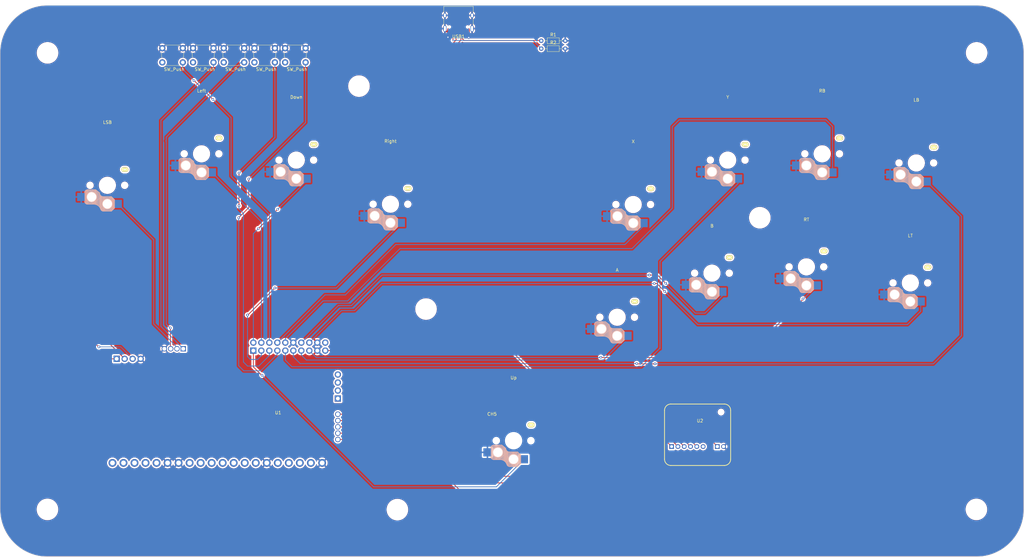
<source format=kicad_pcb>
(kicad_pcb (version 20221018) (generator pcbnew)
  (layers (0 "F.Cu" signal) (31 "B.Cu" signal) (34 "B.Paste" user) (35 "F.Paste" user) (36 "B.SilkS" user "B.Silkscreen") (37 "F.SilkS" user "F.Silkscreen") (38 "B.Mask" user) (39 "F.Mask" user) (44 "Edge.Cuts" user))
  (net 0 "")
  (net 1 "GND")
  (net 2 "LSB")
  (net 3 "home")
  (net 4 "Touchpad")
  (net 5 "RSB")
  (net 6 "share")
  (net 7 "option")
  (net 8 "VCC")
  (net 10 "RT")
  (net 11 "LT")
  (net 12 "a")
  (net 13 "b")
  (net 14 "LB")
  (net 15 "y")
  (net 16 "RB")
  (net 17 "x")
  (net 18 "right")
  (net 19 "left")
  (net 20 "up")
  (net 21 "down")
  (net 26 "J2-5")
  (net 27 "J2-4")
  (net 28 "J2-3")
  (net 29 "J2-2")
  (net 30 "J2-1")
  (net 31 "d+")
  (net 32 "d-")
  (net 33 "v")
  (net 50 "Net-(USB1-CC1)")
  (net 51 "Net-(USB1-CC2)")
  (footprint "Button_Switch_THT:SW_PUSH_6mm_H8.5mm" (layer "F.Cu") (at 371.55 33.16)
    (fp_text reference "SW1")
    (fp_text value "SW_Push")
  )
  (footprint "Library:ChocV1_V2_Hotswap" (layer "F.Cu") (at 611 69.6)
    (fp_text reference "CH9")
    (fp_text value "MX-NOLED" hide)
  )
  (footprint "MountingHole:MountingHole_6.4mm_M6" (layer "F.Cu") (at 561.3 87)
    (fp_text reference "REF**")
    (fp_text value "MountingHole_6.4mm_M6")
  )
  (footprint "MountingHole:MountingHole_6.4mm_M6" (layer "F.Cu") (at 446.2 179.7)
    (fp_text reference "REF**")
    (fp_text value "MountingHole_6.4mm_M6")
  )
  (footprint "MountingHole:MountingHole_6.4mm_M6" (layer "F.Cu") (at 434 45.2)
    (fp_text reference "REF**")
    (fp_text value "MountingHole_6.4mm_M6")
  )
  (footprint "Resistor_THT:R_Axial_DIN0204_L3.6mm_D1.6mm_P7.62mm_Horizontal" (layer "F.Cu") (at 491.89 33.3)
    (fp_text reference "R2")
    (fp_text value "5.1k")
  )
  (footprint "MountingHole:MountingHole_6.4mm_M6" (layer "F.Cu") (at 335.07 179.63)
    (fp_text reference "REF**")
    (fp_text value "MountingHole_6.4mm_M6")
  )
  (footprint "Resistor_THT:R_Axial_DIN0204_L3.6mm_D1.6mm_P7.62mm_Horizontal" (layer "F.Cu") (at 491.89 30.8)
    (fp_text reference "R1")
    (fp_text value "5.1k")
  )
  (footprint "Connector_USB:USB_C_Receptacle_HRO_TYPE-C-31-M-12" (layer "F.Cu") (at 465.6 23.8 180)
    (fp_text reference "USB1")
    (fp_text value "HRO-TYPE-C-31-M-12")
  )
  (footprint "Library:ChocV1_V2_Hotswap" (layer "F.Cu") (at 414.1 68.7)
    (fp_text reference "CH3")
    (fp_text value "MX-NOLED" hide)
  )
  (footprint "Library:UFB-UP5" (layer "F.Cu") (at 542.3 153 180)
    (fp_text reference "U2")
    (fp_text value "brook_ufb-up5")
  )
  (footprint "Library:ChocV1_V2_Hotswap" (layer "F.Cu") (at 516 118.6)
    (fp_text reference "CH10")
    (fp_text value "MX-NOLED" hide)
  )
  (footprint "Library:ChocV1_V2_Hotswap" (layer "F.Cu") (at 354.1 76.7)
    (fp_text reference "CH1")
    (fp_text value "MX-NOLED" hide)
  )
  (footprint "Library:ChocV1_V2_Hotswap" (layer "F.Cu") (at 483.1 157.8)
    (fp_text reference "CH5")
    (fp_text value "MX-NOLED" hide)
  )
  (footprint "Library:Brook_Universal_Fighting_Board" (layer "F.Cu") (at 408.324 149.406 180)
    (fp_text reference "U1")
    (fp_text value "brook_ufb")
  )
  (footprint "MountingHole:MountingHole_6.4mm_M6" (layer "F.Cu") (at 630.08 179.63)
    (fp_text reference "REF**")
    (fp_text value "MountingHole_6.4mm_M6")
  )
  (footprint "MountingHole:MountingHole_6.4mm_M6" (layer "F.Cu") (at 335.1 34.64)
    (fp_text reference "REF**")
    (fp_text value "MountingHole_6.4mm_M6")
  )
  (footprint "Library:ChocV1_V2_Hotswap" (layer "F.Cu") (at 576.1 102.6)
    (fp_text reference "CH12")
    (fp_text value "MX-NOLED" hide)
  )
  (footprint "Library:ChocV1_V2_Hotswap" (layer "F.Cu") (at 551.1 68.7)
    (fp_text reference "CH7")
    (fp_text value "MX-NOLED" hide)
  )
  (footprint "Button_Switch_THT:SW_PUSH_6mm_H8.5mm" (layer "F.Cu") (at 391.05 33.16)
    (fp_text reference "SW3")
    (fp_text value "SW_Push")
  )
  (footprint "Library:ChocV1_V2_Hotswap" (layer "F.Cu") (at 384 66.7)
    (fp_text reference "CH2")
    (fp_text value "MX-NOLED" hide)
  )
  (footprint "Library:ChocV1_V2_Hotswap" (layer "F.Cu") (at 444 82.7)
    (fp_text reference "CH4")
    (fp_text value "MX-NOLED" hide)
  )
  (footprint "MountingHole:MountingHole_6.4mm_M6" (layer "F.Cu") (at 630.15 34.64)
    (fp_text reference "REF**")
    (fp_text value "MountingHole_6.4mm_M6")
  )
  (footprint "Button_Switch_THT:SW_PUSH_6mm_H8.5mm" (layer "F.Cu") (at 400.8 33.16)
    (fp_text reference "SW4")
    (fp_text value "SW_Push")
  )
  (footprint "Button_Switch_THT:SW_PUSH_6mm_H8.5mm" (layer "F.Cu") (at 381.3 33.16)
    (fp_text reference "SW2")
    (fp_text value "SW_Push")
  )
  (footprint "Library:ChocV1_V2_Hotswap" (layer "F.Cu") (at 609.1 107.7)
    (fp_text reference "CH13")
    (fp_text value "MX-NOLED" hide)
  )
  (footprint "Library:ChocV1_V2_Hotswap" (layer "F.Cu") (at 521.1 82.8)
    (fp_text reference "CH6")
    (fp_text value "MX-NOLED" hide)
  )
  (footprint "MountingHole:MountingHole_6.4mm_M6" (layer "F.Cu") (at 455.3 116)
    (fp_text reference "REF**")
    (fp_text value "MountingHole_6.4mm_M6")
  )
  (footprint "Library:ChocV1_V2_Hotswap" (layer "F.Cu") (at 581.1 66.7)
    (fp_text reference "CH8")
    (fp_text value "MX-NOLED" hide)
  )
  (footprint "Button_Switch_THT:SW_PUSH_6mm_H8.5mm" (layer "F.Cu") (at 410.55 33.16)
    (fp_text reference "SW5")
    (fp_text value "SW_Push")
  )
  (footprint "Library:ChocV1_V2_Hotswap" (layer "F.Cu") (at 546.1 104.6)
    (fp_text reference "CH11")
    (fp_text value "MX-NOLED" hide)
  )
  (gr_arc (start 630.093398 19.593398) (mid 640.7 23.986796) (end 645.093398 34.593398) (stroke (width 0.1)) (layer "Edge.Cuts"))
  (gr_line (start 335.093398 19.593398) (end 630.093398 19.593398) (stroke (width 0.1)) (layer "Edge.Cuts"))
  (gr_arc (start 645.093398 179.593398) (mid 640.7 190.2) (end 630.093398 194.593398) (stroke (width 0.1)) (layer "Edge.Cuts"))
  (gr_arc (start 320.093398 34.593398) (mid 324.486796 23.986796) (end 335.093398 19.593398) (stroke (width 0.1)) (layer "Edge.Cuts"))
  (gr_line (start 320.093398 34.593398) (end 320.093398 179.593398) (stroke (width 0.1)) (layer "Edge.Cuts"))
  (gr_arc (start 335.093398 194.593398) (mid 324.486796 190.2) (end 320.093398 179.593398) (stroke (width 0.1)) (layer "Edge.Cuts"))
  (gr_line (start 645.093398 34.593398) (end 645.093398 179.593398) (stroke (width 0.1)) (layer "Edge.Cuts"))
  (gr_line (start 335.093398 194.593398) (end 630.093398 194.593398) (stroke (width 0.1)) (layer "Edge.Cuts"))
  (segment (start 543.235802 159.664198) (end 543.1 159.8) (width 0) (layer "F.Cu") (net 0))
  (segment (start 543.290346 159.664198) (end 543.235802 159.664198) (width 0) (layer "F.Cu") (net 0))
  (segment (start 462.33 27.81) (end 462.33 29.595) (width 0.25) (layer "F.Cu") (net 1))
  (segment (start 462.33 29.595) (end 462.25 29.675) (width 0.25) (layer "F.Cu") (net 1))
  (segment (start 468.83 29.755) (end 468.85 29.775) (width 0.25) (layer "F.Cu") (net 1))
  (segment (start 468.83 27.81) (end 468.83 29.755) (width 0.25) (layer "F.Cu") (net 1))
  (via (at 468.85 29.775) (size 0.8) (drill 0.4) (layers "F.Cu" "B.Cu") (net 1))
  (via (at 462.25 29.675) (size 0.8) (drill 0.4) (layers "F.Cu" "B.Cu") (net 1))
  (segment (start 462.25 29.675) (end 468.75 29.675) (width 0.25) (layer "B.Cu") (net 1))
  (segment (start 462.25 29.675) (end 461.26 28.685) (width 0.25) (layer "B.Cu") (net 1))
  (segment (start 469.9 28.725) (end 468.85 29.775) (width 0.25) (layer "B.Cu") (net 1))
  (segment (start 461.26 28.685) (end 461.26 26.895) (width 0.25) (layer "B.Cu") (net 1))
  (segment (start 468.75 29.675) (end 468.85 29.775) (width 0) (layer "B.Cu") (net 1))
  (segment (start 469.9 26.895) (end 469.9 28.725) (width 0.25) (layer "B.Cu") (net 1))
  (segment (start 376.2 128.1) (end 368.8 120.7) (width 0.25) (layer "B.Cu") (net 2))
  (segment (start 357.4 82.6) (end 362.1 87.3) (width 0.25) (layer "B.Cu") (net 2))
  (segment (start 376.2 128.6) (end 376.2 128.1) (width 0.25) (layer "B.Cu") (net 2))
  (segment (start 368.8 94) (end 368.8 120.7) (width 0.25) (layer "B.Cu") (net 2))
  (segment (start 357.4 82.6) (end 368.8 94) (width 0.25) (layer "B.Cu") (net 2))
  (segment (start 381.6 43.5) (end 381.7 43.5) (width 0.25) (layer "F.Cu") (net 3))
  (segment (start 381.7 43.5) (end 387.6 49.4) (width 0.25) (layer "F.Cu") (net 3))
  (segment (start 381.6 43.4) (end 381.6 43.5) (width 0.25) (layer "F.Cu") (net 3))
  (via (at 381.6 43.5) (size 0.8) (drill 0.4) (layers "F.Cu" "B.Cu") (net 3))
  (via (at 387.6 49.4) (size 0.8) (drill 0.4) (layers "F.Cu" "B.Cu") (net 3))
  (segment (start 405.534 85.934) (end 405.534 126.656) (width 0.25) (layer "B.Cu") (net 3))
  (segment (start 393.4 73.8) (end 405.534 85.934) (width 0.25) (layer "B.Cu") (net 3))
  (segment (start 393.4 55.2) (end 393.4 73.8) (width 0.25) (layer "B.Cu") (net 3))
  (segment (start 378.05 37.66) (end 378.05 39.85) (width 0.25) (layer "B.Cu") (net 3))
  (segment (start 387.6 49.4) (end 393.4 55.2) (width 0.25) (layer "B.Cu") (net 3))
  (segment (start 378.05 39.85) (end 381.6 43.4) (width 0.25) (layer "B.Cu") (net 3))
  (segment (start 387.8 37.66) (end 387.8 39.4) (width 0.25) (layer "B.Cu") (net 4))
  (segment (start 371.1 121.5) (end 378.2 128.6) (width 0.25) (layer "B.Cu") (net 4))
  (segment (start 387.8 39.4) (end 371.1 56.1) (width 0.25) (layer "B.Cu") (net 4))
  (segment (start 371.1 56.1) (end 371.1 121.5) (width 0.25) (layer "B.Cu") (net 4))
  (segment (start 374.1 128.5) (end 374.2 128.6) (width 0.25) (layer "F.Cu") (net 5))
  (segment (start 374.1 122) (end 374.1 128.5) (width 0.25) (layer "F.Cu") (net 5))
  (via (at 374.1 122) (size 0.8) (drill 0.4) (layers "F.Cu" "B.Cu") (net 5))
  (segment (start 374 122) (end 374.1 122) (width 0.25) (layer "B.Cu") (net 5))
  (segment (start 372.8 120.8) (end 374 122) (width 0.25) (layer "B.Cu") (net 5))
  (segment (start 397.55 37.66) (end 396.54 37.66) (width 0.25) (layer "B.Cu") (net 5))
  (segment (start 372.8 68.9) (end 372.8 120.8) (width 0.25) (layer "B.Cu") (net 5))
  (segment (start 372.8 61.4) (end 372.8 68.9) (width 0.25) (layer "B.Cu") (net 5))
  (segment (start 374.1 122) (end 374.1 122.1) (width 0.25) (layer "B.Cu") (net 5))
  (segment (start 396.54 37.66) (end 380.5 53.7) (width 0.25) (layer "B.Cu") (net 5))
  (segment (start 380.5 53.7) (end 372.8 61.4) (width 0.25) (layer "B.Cu") (net 5))
  (segment (start 374.1 122.1) (end 374.1 122.1) (width 0.25) (layer "B.Cu") (net 5))
  (segment (start 372.61 62.6) (end 372.6 62.6) (width 0.25) (layer "B.Cu") (net 5))
  (segment (start 395.9 72.8) (end 395.9 83.2) (width 0.25) (layer "F.Cu") (net 6))
  (segment (start 395.9 83.2) (end 395.9 83.4) (width 0.25) (layer "F.Cu") (net 6))
  (via (at 395.9 72.8) (size 0.8) (drill 0.4) (layers "F.Cu" "B.Cu") (net 6))
  (via (at 395.9 83.2) (size 0.8) (drill 0.4) (layers "F.Cu" "B.Cu") (net 6))
  (segment (start 405.534 130.766) (end 405.534 129.196) (width 0.25) (layer "B.Cu") (net 6))
  (segment (start 407.3 61.5) (end 399.8 69) (width 0.25) (layer "B.Cu") (net 6))
  (segment (start 397.3 85.6) (end 397.3 132.8) (width 0.25) (layer "B.Cu") (net 6))
  (segment (start 396 72.8) (end 395.9 72.8) (width 0.25) (layer "B.Cu") (net 6))
  (segment (start 398.6 134.1) (end 402.2 134.1) (width 0.25) (layer "B.Cu") (net 6))
  (segment (start 407.3 37.66) (end 407.3 61.5) (width 0.25) (layer "B.Cu") (net 6))
  (segment (start 395.9 72.8) (end 395.9 72.9) (width 0.25) (layer "B.Cu") (net 6))
  (segment (start 395.9 84.2) (end 397.3 85.6) (width 0.25) (layer "B.Cu") (net 6))
  (segment (start 395.9 72.9) (end 396 72.8) (width 0.25) (layer "B.Cu") (net 6))
  (segment (start 397.3 132.8) (end 398.6 134.1) (width 0.25) (layer "B.Cu") (net 6))
  (segment (start 399.8 69) (end 396 72.8) (width 0.25) (layer "B.Cu") (net 6))
  (segment (start 402.2 134.1) (end 405.534 130.766) (width 0.25) (layer "B.Cu") (net 6))
  (segment (start 395.9 83.2) (end 395.9 84.2) (width 0.25) (layer "B.Cu") (net 6))
  (segment (start 399 83.8) (end 395.8 87) (width 0.25) (layer "F.Cu") (net 7))
  (segment (start 399 74.7) (end 399 83.8) (width 0.25) (layer "F.Cu") (net 7))
  (via (at 395.8 87) (size 0.8) (drill 0.4) (layers "F.Cu" "B.Cu") (net 7))
  (via (at 399 74.7) (size 0.8) (drill 0.4) (layers "F.Cu" "B.Cu") (net 7))
  (segment (start 402.8 135.6) (end 408.074 130.326) (width 0.25) (layer "B.Cu") (net 7))
  (segment (start 397.4 135.6) (end 402.8 135.6) (width 0.25) (layer "B.Cu") (net 7))
  (segment (start 395.8 134) (end 397.4 135.6) (width 0.25) (layer "B.Cu") (net 7))
  (segment (start 399.1 74.7) (end 399 74.7) (width 0.25) (layer "B.Cu") (net 7))
  (segment (start 399 74.7) (end 399 74.8) (width 0.25) (layer "B.Cu") (net 7))
  (segment (start 408.074 130.326) (end 408.074 129.196) (width 0.25) (layer "B.Cu") (net 7))
  (segment (start 417.05 37.66) (end 417.05 56.75) (width 0.25) (layer "B.Cu") (net 7))
  (segment (start 399 74.8) (end 399.1 74.7) (width 0.25) (layer "B.Cu") (net 7))
  (segment (start 395.8 87) (end 395.8 134) (width 0.25) (layer "B.Cu") (net 7))
  (segment (start 417.05 56.75) (end 399.1 74.7) (width 0.25) (layer "B.Cu") (net 7))
  (segment (start 495.2 142.1) (end 530.3 142.1) (width 0.25) (layer "F.Cu") (net 8))
  (segment (start 423.304 129.196) (end 482.296 129.196) (width 0.25) (layer "F.Cu") (net 8))
  (segment (start 482.296 129.196) (end 495.2 142.1) (width 0.25) (layer "F.Cu") (net 8))
  (segment (start 547.790972 159.590972) (end 547.790972 159.664198) (width 0.25) (layer "F.Cu") (net 8))
  (segment (start 530.3 142.1) (end 547.790972 159.590972) (width 0.25) (layer "F.Cu") (net 8))
  (segment (start 575 112.9) (end 556.5 131.4) (width 0.25) (layer "F.Cu") (net 10))
  (segment (start 510.8 131.3) (end 510.7 131.4) (width 0.25) (layer "F.Cu") (net 10))
  (segment (start 510.9 131.4) (end 510.8 131.3) (width 0.25) (layer "F.Cu") (net 10))
  (segment (start 556.5 131.4) (end 510.9 131.4) (width 0.25) (layer "F.Cu") (net 10))
  (via (at 575 112.8) (size 0.8) (drill 0.4) (layers "F.Cu" "B.Cu") (net 10))
  (via (at 510.8 131.3) (size 0.8) (drill 0.4) (layers "F.Cu" "B.Cu") (net 10))
  (segment (start 575 112.8) (end 575 112.9) (width 0.25) (layer "B.Cu") (net 10))
  (segment (start 420.428 131.4) (end 418.234 129.206) (width 0.25) (layer "B.Cu") (net 10))
  (segment (start 575.1 112.8) (end 575 112.8) (width 0.25) (layer "B.Cu") (net 10))
  (segment (start 510.7 131.4) (end 420.428 131.4) (width 0.25) (layer "B.Cu") (net 10))
  (segment (start 579.4 108.5) (end 575.1 112.8) (width 0.25) (layer "B.Cu") (net 10))
  (segment (start 528.6 107.9) (end 527.8 107.9) (width 0.25) (layer "F.Cu") (net 11))
  (segment (start 531.1 110.4) (end 528.6 107.9) (width 0.25) (layer "F.Cu") (net 11))
  (via (at 531.1 110.4) (size 0.8) (drill 0.4) (layers "F.Cu" "B.Cu") (net 11))
  (via (at 527.8 107.9) (size 0.8) (drill 0.4) (layers "F.Cu" "B.Cu") (net 11))
  (segment (start 428.39 116.5) (end 418.234 126.656) (width 0.25) (layer "B.Cu") (net 11))
  (segment (start 608.2 120.9) (end 541.6 120.9) (width 0.25) (layer "B.Cu") (net 11))
  (segment (start 541.6 120.9) (end 531.1 110.4) (width 0.25) (layer "B.Cu") (net 11))
  (segment (start 432.6 116.5) (end 428.39 116.5) (width 0.25) (layer "B.Cu") (net 11))
  (segment (start 527.8 107.9) (end 441.2 107.9) (width 0.25) (layer "B.Cu") (net 11))
  (segment (start 612.4 113.6) (end 612.4 116.7) (width 0.25) (layer "B.Cu") (net 11))
  (segment (start 441.2 107.9) (end 432.6 116.5) (width 0.25) (layer "B.Cu") (net 11))
  (segment (start 612.4 116.7) (end 608.2 120.9) (width 0.25) (layer "B.Cu") (net 11))
  (segment (start 511.6 132.2) (end 417.3 132.2) (width 0.25) (layer "B.Cu") (net 12))
  (segment (start 415.694 130.594) (end 415.694 129.19268) (width 0.25) (layer "B.Cu") (net 12))
  (segment (start 519.3 124.5) (end 511.6 132.2) (width 0.25) (layer "B.Cu") (net 12))
  (segment (start 417.3 132.2) (end 415.694 130.594) (width 0.25) (layer "B.Cu") (net 12))
  (segment (start 526.2 105.2) (end 526.3 105.2) (width 0.25) (layer "F.Cu") (net 13))
  (segment (start 528.8 105.2) (end 526.2 105.2) (width 0.25) (layer "F.Cu") (net 13))
  (segment (start 531.4 107.8) (end 528.8 105.2) (width 0.25) (layer "F.Cu") (net 13))
  (via (at 531.4 107.8) (size 0.8) (drill 0.4) (layers "F.Cu" "B.Cu") (net 13))
  (via (at 526.2 105.2) (size 0.8) (drill 0.4) (layers "F.Cu" "B.Cu") (net 13))
  (segment (start 526.2 105.2) (end 441.3 105.2) (width 0.25) (layer "B.Cu") (net 13))
  (segment (start 549.4 111.8) (end 543.9 117.3) (width 0.25) (layer "B.Cu") (net 13))
  (segment (start 427.45 114.9) (end 415.694 126.656) (width 0.25) (layer "B.Cu") (net 13))
  (segment (start 531.4 107.8) (end 531.5 108) (width 0.25) (layer "B.Cu") (net 13))
  (segment (start 543.9 117.3) (end 540.8 117.3) (width 0.25) (layer "B.Cu") (net 13))
  (segment (start 431.6 114.9) (end 427.45 114.9) (width 0.25) (layer "B.Cu") (net 13))
  (segment (start 540.8 117.3) (end 531.4 107.8) (width 0.25) (layer "B.Cu") (net 13))
  (segment (start 549.4 110.5) (end 549.4 111.8) (width 0.25) (layer "B.Cu") (net 13))
  (segment (start 441.3 105.2) (end 431.6 114.9) (width 0.25) (layer "B.Cu") (net 13))
  (segment (start 522.3 133.4) (end 522.2 133.3) (width 0.25) (layer "F.Cu") (net 14))
  (segment (start 528 133.4) (end 522.3 133.4) (width 0.25) (layer "F.Cu") (net 14))
  (via (at 528 133.4) (size 0.8) (drill 0.4) (layers "F.Cu" "B.Cu") (net 14))
  (via (at 522.2 133.3) (size 0.8) (drill 0.4) (layers "F.Cu" "B.Cu") (net 14))
  (segment (start 522.2 133.3) (end 415.3 133.3) (width 0.25) (layer "B.Cu") (net 14))
  (segment (start 528 133.4) (end 527.9 133.4) (width 0.25) (layer "B.Cu") (net 14))
  (segment (start 413.154 131.154) (end 413.154 129.196) (width 0.25) (layer "B.Cu") (net 14))
  (segment (start 625.3 124.5) (end 616.4 133.4) (width 0.25) (layer "B.Cu") (net 14))
  (segment (start 415.3 133.3) (end 413.154 131.154) (width 0.25) (layer "B.Cu") (net 14))
  (segment (start 614.3 75.5) (end 625.3 86.5) (width 0.25) (layer "B.Cu") (net 14))
  (segment (start 625.3 86.5) (end 625.3 124.5) (width 0.25) (layer "B.Cu") (net 14))
  (segment (start 616.4 133.4) (end 528 133.4) (width 0.25) (layer "B.Cu") (net 14))
  (segment (start 554.4 76.1) (end 533.2 97.3) (width 0.25) (layer "B.Cu") (net 15))
  (segment (start 523.7 134.3) (end 529.6 128.4) (width 0.25) (layer "B.Cu") (net 15))
  (segment (start 533.2 97.3) (end 529.6 100.9) (width 0.25) (layer "B.Cu") (net 15))
  (segment (start 410.614 129.196) (end 410.614 132.214) (width 0.25) (layer "B.Cu") (net 15))
  (segment (start 410.614 129.196) (end 410.6 129.21) (width 0.25) (layer "B.Cu") (net 15))
  (segment (start 410.614 132.214) (end 412.7 134.3) (width 0.25) (layer "B.Cu") (net 15))
  (segment (start 412.7 134.3) (end 523.7 134.3) (width 0.25) (layer "B.Cu") (net 15))
  (segment (start 529.6 128.4) (end 529.6 128.6) (width 0.25) (layer "B.Cu") (net 15))
  (segment (start 554.4 74.6) (end 554.4 76.1) (width 0.25) (layer "B.Cu") (net 15))
  (segment (start 529.6 100.9) (end 529.6 128.4) (width 0.25) (layer "B.Cu") (net 15))
  (segment (start 584.4 72.6) (end 584.4 58) (width 0.25) (layer "B.Cu") (net 16))
  (segment (start 410.614 125.386) (end 410.614 126.656) (width 0.25) (layer "B.Cu") (net 16))
  (segment (start 535.7 55.9) (end 533.5 58.1) (width 0.25) (layer "B.Cu") (net 16))
  (segment (start 533.5 84) (end 520.7 96.8) (width 0.25) (layer "B.Cu") (net 16))
  (segment (start 422.6 113.4) (end 410.614 125.386) (width 0.25) (layer "B.Cu") (net 16))
  (segment (start 520.7 96.8) (end 447 96.8) (width 0.25) (layer "B.Cu") (net 16))
  (segment (start 584.4 58) (end 582.3 55.9) (width 0.25) (layer "B.Cu") (net 16))
  (segment (start 582.3 55.9) (end 535.7 55.9) (width 0.25) (layer "B.Cu") (net 16))
  (segment (start 447 96.8) (end 430.4 113.4) (width 0.25) (layer "B.Cu") (net 16))
  (segment (start 533.5 58.1) (end 533.5 84) (width 0.25) (layer "B.Cu") (net 16))
  (segment (start 430.4 113.4) (end 422.6 113.4) (width 0.25) (layer "B.Cu") (net 16))
  (segment (start 445.7 95.5) (end 429.7 111.5) (width 0.25) (layer "B.Cu") (net 17))
  (segment (start 429.7 111.5) (end 423.23 111.5) (width 0.25) (layer "B.Cu") (net 17))
  (segment (start 518.5 95.5) (end 445.7 95.5) (width 0.25) (layer "B.Cu") (net 17))
  (segment (start 524.4 89.6) (end 518.5 95.5) (width 0.25) (layer "B.Cu") (net 17))
  (segment (start 524.4 88.7) (end 524.4 89.6) (width 0.25) (layer "B.Cu") (net 17))
  (segment (start 423.23 111.5) (end 408.074 126.656) (width 0.25) (layer "B.Cu") (net 17))
  (segment (start 398.7 117.9) (end 407.3 109.3) (width 0.25) (layer "F.Cu") (net 18))
  (segment (start 398.6 118) (end 398.6 117.9) (width 0.25) (layer "F.Cu") (net 18))
  (segment (start 398.6 117.9) (end 398.7 117.9) (width 0.25) (layer "F.Cu") (net 18))
  (via (at 398.6 117.9) (size 0.8) (drill 0.4) (layers "F.Cu" "B.Cu") (net 18))
  (via (at 398.6 117.9) (size 0.8) (drill 0.4) (layers "F.Cu" "B.Cu") (net 18))
  (via (at 407.3 109.3) (size 0.8) (drill 0.4) (layers "F.Cu" "B.Cu") (net 18))
  (segment (start 447.3 88.6) (end 447.3 88.8) (width 0.25) (layer "B.Cu") (net 18))
  (segment (start 398.6 131.1) (end 399.5 132) (width 0.25) (layer "B.Cu") (net 18))
  (segment (start 399.5 132) (end 401.8 132) (width 0.25) (layer "B.Cu") (net 18))
  (segment (start 426.8 109.3) (end 407.3 109.3) (width 0.25) (layer "B.Cu") (net 18))
  (segment (start 407.3 109.3) (end 407.4 109.3) (width 0.25) (layer "B.Cu") (net 18))
  (segment (start 437.4 98.7) (end 426.8 109.3) (width 0.25) (layer "B.Cu") (net 18))
  (segment (start 402.994 130.806) (end 402.994 129.196) (width 0.25) (layer "B.Cu") (net 18))
  (segment (start 447.3 88.8) (end 437.4 98.7) (width 0.25) (layer "B.Cu") (net 18))
  (segment (start 398.6 117.9) (end 398.6 131.1) (width 0.25) (layer "B.Cu") (net 18))
  (segment (start 401.8 132) (end 402.994 130.806) (width 0.25) (layer "B.Cu") (net 18))
  (segment (start 402.994 88.294) (end 402.994 126.656) (width 0.25) (layer "B.Cu") (net 19))
  (segment (start 387.3 72.6) (end 402.994 88.294) (width 0.25) (layer "B.Cu") (net 19))
  (segment (start 403.2 137.1) (end 403.2 137.1) (width 0.25) (layer "F.Cu") (net 20))
  (segment (start 400.454 134.354) (end 403.1 137) (width 0.25) (layer "F.Cu") (net 20))
  (segment (start 400.454 129.196) (end 400.454 134.354) (width 0.25) (layer "F.Cu") (net 20))
  (segment (start 403.1 137) (end 403.2 137) (width 0.25) (layer "F.Cu") (net 20))
  (segment (start 403.2 137) (end 403.2 137.1) (width 0.25) (layer "F.Cu") (net 20))
  (segment (start 399.9 129.101) (end 400.201 129.402) (width 0.25) (layer "F.Cu") (net 20))
  (via (at 403.2 137) (size 0.8) (drill 0.4) (layers "F.Cu" "B.Cu") (net 20))
  (segment (start 477.65 172.45) (end 438.65 172.45) (width 0.25) (layer "B.Cu") (net 20))
  (segment (start 486.4 163.7) (end 477.65 172.45) (width 0.25) (layer "B.Cu") (net 20))
  (segment (start 403.2 137) (end 438.65 172.45) (width 0.25) (layer "B.Cu") (net 20))
  (segment (start 408.2 84.3) (end 402 90.5) (width 0.25) (layer "F.Cu") (net 21))
  (via (at 408.2 84.3) (size 0.8) (drill 0.4) (layers "F.Cu" "B.Cu") (net 21))
  (via (at 402 90.5) (size 0.8) (drill 0.4) (layers "F.Cu" "B.Cu") (net 21))
  (segment (start 400.454 92.046) (end 400.454 126.656) (width 0.25) (layer "B.Cu") (net 21))
  (segment (start 408.2 84.3) (end 408.4 84.2) (width 0.25) (layer "B.Cu") (net 21))
  (segment (start 417.4 74.6) (end 417.4 75.2) (width 0.25) (layer "B.Cu") (net 21))
  (segment (start 417.4 75.2) (end 408.2 84.3) (width 0.25) (layer "B.Cu") (net 21))
  (segment (start 402 90.5) (end 400.454 92.046) (width 0.25) (layer "B.Cu") (net 21))
  (segment (start 427.294 149.392) (end 531.018152 149.392) (width 0.25) (layer "F.Cu") (net 26))
  (segment (start 531.018152 149.392) (end 541.29035 159.664198) (width 0.25) (layer "F.Cu") (net 26))
  (segment (start 531.046156 151.42) (end 539.290354 159.664198) (width 0.25) (layer "F.Cu") (net 27))
  (segment (start 427.294 151.42) (end 531.046156 151.42) (width 0.25) (layer "F.Cu") (net 27))
  (segment (start 537.290358 159.664198) (end 531.04616 153.42) (width 0.25) (layer "F.Cu") (net 28))
  (segment (start 452.92 153.42) (end 427.294 153.42) (width 0.25) (layer "F.Cu") (net 28))
  (segment (start 468.6 169.1) (end 452.92 153.42) (width 0.25) (layer "F.Cu") (net 28))
  (segment (start 531.04616 153.42) (end 520.08 153.42) (width 0.25) (layer "F.Cu") (net 28))
  (segment (start 504.4 169.1) (end 468.6 169.1) (width 0.25) (layer "F.Cu") (net 28))
  (segment (start 520.08 153.42) (end 504.4 169.1) (width 0.25) (layer "F.Cu") (net 28))
  (segment (start 521.9 154.9) (end 507.1 169.7) (width 0.25) (layer "F.Cu") (net 29))
  (segment (start 427.294 155.42) (end 451.72 155.42) (width 0.25) (layer "F.Cu") (net 29))
  (segment (start 535.290362 159.664198) (end 530.526164 154.9) (width 0.25) (layer "F.Cu") (net 29))
  (segment (start 507.1 169.7) (end 505.6 171.2) (width 0.25) (layer "F.Cu") (net 29))
  (segment (start 530.526164 154.9) (end 527.8 154.9) (width 0.25) (layer "F.Cu") (net 29))
  (segment (start 505.6 171.2) (end 467.5 171.2) (width 0.25) (layer "F.Cu") (net 29))
  (segment (start 527.8 154.9) (end 521.9 154.9) (width 0.25) (layer "F.Cu") (net 29))
  (segment (start 451.72 155.42) (end 467.5 171.2) (width 0.25) (layer "F.Cu") (net 29))
  (segment (start 530.326168 156.7) (end 533.290366 159.664198) (width 0.25) (layer "F.Cu") (net 30))
  (segment (start 465.9 173.4) (end 506.1 173.4) (width 0.25) (layer "F.Cu") (net 30))
  (segment (start 506.1 173.4) (end 522.8 156.7) (width 0.25) (layer "F.Cu") (net 30))
  (segment (start 427.294 157.42) (end 449.92 157.42) (width 0.25) (layer "F.Cu") (net 30))
  (segment (start 522.8 156.7) (end 530.326168 156.7) (width 0.25) (layer "F.Cu") (net 30))
  (segment (start 449.92 157.42) (end 465.9 173.4) (width 0.25) (layer "F.Cu") (net 30))
  (segment (start 464.85 27.845) (end 464.85 29.675) (width 0.25) (layer "F.Cu") (net 31))
  (segment (start 464.85 29.675) (end 464.85 30.575) (width 0.25) (layer "F.Cu") (net 31))
  (segment (start 339.5 116.2) (end 351.3 128) (width 0.25) (layer "F.Cu") (net 31))
  (segment (start 339.5 47.2) (end 339.5 116.2) (width 0.25) (layer "F.Cu") (net 31))
  (segment (start 464.85 30.575) (end 463.65 31.775) (width 0.25) (layer "F.Cu") (net 31))
  (segment (start 351.3 128) (end 351.4 128) (width 0.25) (layer "F.Cu") (net 31))
  (segment (start 457.575 31.775) (end 453.3 27.5) (width 0.25) (layer "F.Cu") (net 31))
  (segment (start 465.85 27.845) (end 465.85 28.7125) (width 0.25) (layer "F.Cu") (net 31))
  (segment (start 351.4 128.1) (end 351.3 128) (width 0.25) (layer "F.Cu") (net 31))
  (segment (start 465.85 28.7125) (end 464.8875 29.675) (width 0.25) (layer "F.Cu") (net 31))
  (segment (start 359.2 27.5) (end 339.5 47.2) (width 0.25) (layer "F.Cu") (net 31))
  (segment (start 463.65 31.775) (end 457.575 31.775) (width 0.25) (layer "F.Cu") (net 31))
  (segment (start 464.8875 29.675) (end 464.85 29.675) (width 0.25) (layer "F.Cu") (net 31))
  (segment (start 453.3 27.5) (end 359.2 27.5) (width 0.25) (layer "F.Cu") (net 31))
  (segment (start 351.4 128) (end 351.4 128.1) (width 0.25) (layer "F.Cu") (net 31))
  (via (at 351.4 128) (size 0.8) (drill 0.4) (layers "F.Cu" "B.Cu") (net 31))
  (via (at 351.4 128) (size 0.8) (drill 0.4) (layers "F.Cu" "B.Cu") (net 31))
  (segment (start 362.123 131.804) (end 358.319 128) (width 0.2) (layer "B.Cu") (net 31))
  (segment (start 358.319 128) (end 351.4 128) (width 0.2) (layer "B.Cu") (net 31))
  (segment (start 464.7 32.3) (end 455.5 32.3) (width 0.25) (layer "F.Cu") (net 32))
  (segment (start 466.15 26.575) (end 466.35 26.775) (width 0.25) (layer "F.Cu") (net 32))
  (segment (start 465.35 27.845) (end 465.35 26.775) (width 0.25) (layer "F.Cu") (net 32))
  (segment (start 452 28.8) (end 360.9 28.8) (width 0.25) (layer "F.Cu") (net 32))
  (segment (start 466.35 26.775) (end 466.35 27.845) (width 0.25) (layer "F.Cu") (net 32))
  (segment (start 342.5 113.8) (end 342.5 114.7) (width 0.25) (layer "F.Cu") (net 32))
  (segment (start 465.55 26.575) (end 466.15 26.575) (width 0.25) (layer "F.Cu") (net 32))
  (segment (start 342.5 47.2) (end 342.5 113.8) (width 0.25) (layer "F.Cu") (net 32))
  (segment (start 342.5 113.8) (end 342.5 114.721) (width 0.25) (layer "F.Cu") (net 32))
  (segment (start 342.5 114.721) (end 359.583 131.804) (width 0.25) (layer "F.Cu") (net 32))
  (segment (start 455.5 32.3) (end 452 28.8) (width 0.25) (layer "F.Cu") (net 32))
  (segment (start 360.9 28.8) (end 342.5 47.2) (width 0.25) (layer "F.Cu") (net 32))
  (segment (start 466.35 30.65) (end 464.7 32.3) (width 0.25) (layer "F.Cu") (net 32))
  (segment (start 465.35 26.775) (end 465.55 26.575) (width 0.25) (layer "F.Cu") (net 32))
  (segment (start 466.35 27.845) (end 466.35 30.65) (width 0.25) (layer "F.Cu") (net 32))
  (segment (start 462.45 30.875) (end 458.875 30.875) (width 0.25) (layer "F.Cu") (net 33))
  (segment (start 464.1 26.1) (end 467.1 26.1) (width 0.25) (layer "F.Cu") (net 33))
  (segment (start 463.15 30.175) (end 462.45 30.875) (width 0.25) (layer "F.Cu") (net 33))
  (segment (start 468.05 27.05) (end 468.05 27.845) (width 0.25) (layer "F.Cu") (net 33))
  (segment (start 359.1 25) (end 336.5 47.6) (width 0.25) (layer "F.Cu") (net 33))
  (segment (start 357.043 131.804) (end 351.904 131.804) (width 0.25) (layer "F.Cu") (net 33))
  (segment (start 463.15 27.845) (end 463.15 30.175) (width 0.25) (layer "F.Cu") (net 33))
  (segment (start 467.1 26.1) (end 468.05 27.05) (width 0.25) (layer "F.Cu") (net 33))
  (segment (start 463.15 27.845) (end 463.15 27.05) (width 0.25) (layer "F.Cu") (net 33))
  (segment (start 453 25) (end 359.1 25) (width 0.25) (layer "F.Cu") (net 33))
  (segment (start 463.15 27.05) (end 464.1 26.1) (width 0.25) (layer "F.Cu") (net 33))
  (segment (start 336.5 47.6) (end 336.5 116.4) (width 0.25) (layer "F.Cu") (net 33))
  (segment (start 458.875 30.875) (end 453 25) (width 0.25) (layer "F.Cu") (net 33))
  (segment (start 351.904 131.804) (end 336.5 116.4) (width 0.25) (layer "F.Cu") (net 33))
  (segment (start 491.765 30.675) (end 491.89 30.8) (width 0.25) (layer "F.Cu") (net 50))
  (segment (start 491.875 30.815) (end 491.89 30.8) (width 0.25) (layer "F.Cu") (net 50))
  (segment (start 466.85 30.175) (end 467.35 30.675) (width 0.25) (layer "F.Cu") (net 50))
  (segment (start 466.85 27.845) (end 466.85 30.175) (width 0.25) (layer "F.Cu") (net 50))
  (segment (start 467.35 30.675) (end 491.765 30.675) (width 0.25) (layer "F.Cu") (net 50))
  (segment (start 463.85 27.845) (end 463.85 30.675) (width 0.25) (layer "F.Cu") (net 51))
  (via (at 463.85 30.675) (size 0.5) (drill 0.3) (layers "F.Cu" "B.Cu") (net 51))
  (segment (start 463.85 30.675) (end 489.265 30.675) (width 0.25) (layer "B.Cu") (net 51))
  (segment (start 489.265 30.675) (end 491.89 33.3) (width 0.25) (layer "B.Cu") (net 51))
  (zone (net 1) (net_name "GND") (layers "F&B.Cu") (connect_pads (clearance 0.5)) (min_thickness 0.25) (fill yes (thermal_gap 0.5) (thermal_bridge_width 0.5))
    (polygon (pts (xy 320 19.5) (xy 645 19.5) (xy 645 194.5) (xy 320 194.5)))
  )
)
</source>
